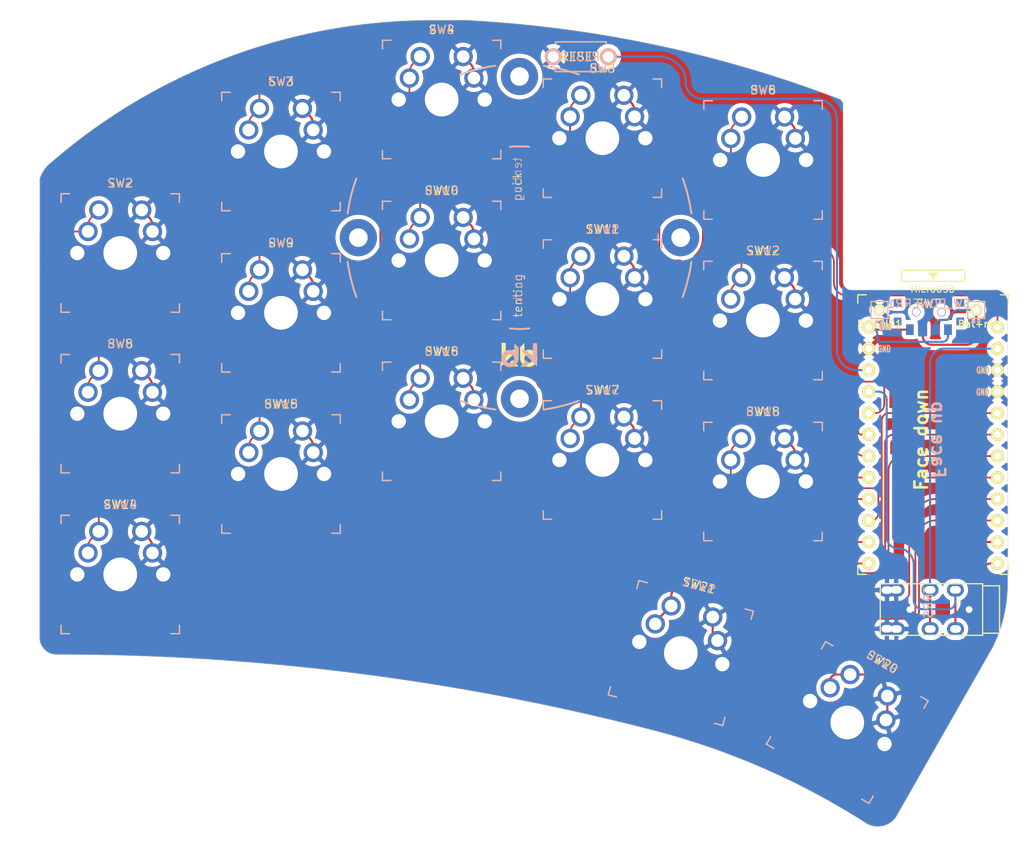
<source format=kicad_pcb>
(kicad_pcb (version 20221018) (generator pcbnew)
  (layers (0 "F.Cu" signal) (31 "B.Cu" signal) (34 "B.Paste" user) (35 "F.Paste" user) (36 "B.SilkS" user "B.Silkscreen") (37 "F.SilkS" user "F.Silkscreen") (38 "B.Mask" user) (39 "F.Mask" user) (44 "Edge.Cuts" user))
  (net 0 "")
  (net 1 "gnd")
  (net 2 "vcc")
  (net 3 "Switch18")
  (net 4 "reset")
  (net 5 "Switch1")
  (net 6 "Switch2")
  (net 7 "Switch3")
  (net 8 "Switch4")
  (net 9 "Switch5")
  (net 10 "Switch6")
  (net 11 "Switch7")
  (net 12 "Switch8")
  (net 13 "Switch9")
  (net 14 "Switch10")
  (net 15 "Switch11")
  (net 16 "Switch12")
  (net 17 "Switch13")
  (net 18 "Switch14")
  (net 19 "Switch15")
  (net 20 "Switch16")
  (net 21 "Switch17")
  (net 22 "raw")
  (net 23 "BT+_r")
  (net 24 "Net-(SW_POWERR1-Pad1)")
  (footprint "kbd:1pin_conn" (layer "F.Cu") (at 146.19 83.736)
    (fp_text reference "Bat+r1")
    (fp_text value "MountingHole_Pad" hide)
  )
  (footprint "kbd:1pin_conn" (layer "F.Cu") (at 134.76 83.736)
    (fp_text reference "BatGND1")
    (fp_text value "MountingHole_Pad" hide)
  )
  (footprint "Kailh:TRRS-PJ-DPB2" (layer "F.Cu") (at 146.95 119.15 -90)
    (fp_text reference "J2")
    (fp_text value "AudioJack4dpb" hide)
  )
  (footprint "footprint:SW_MX_reversible" (layer "F.Cu") (at 45 77)
    (fp_text reference "SW2")
    (fp_text value "SW_Push")
  )
  (footprint "footprint:SW_MX_reversible" (layer "F.Cu") (at 64 65)
    (fp_text reference "SW3")
    (fp_text value "SW_Push")
  )
  (footprint "footprint:SW_MX_reversible" (layer "F.Cu") (at 83 58.86)
    (fp_text reference "SW4")
    (fp_text value "SW_Push")
  )
  (footprint "footprint:SW_MX_reversible" (layer "F.Cu") (at 101.994 63.432)
    (fp_text reference "SW5")
    (fp_text value "SW_Push")
  )
  (footprint "footprint:SW_MX_reversible" (layer "F.Cu") (at 121 66)
    (fp_text reference "SW6")
    (fp_text value "SW_Push")
  )
  (footprint "footprint:SW_MX_reversible" (layer "F.Cu") (at 45 96)
    (fp_text reference "SW8")
    (fp_text value "SW_Push")
  )
  (footprint "footprint:SW_MX_reversible" (layer "F.Cu") (at 64 84.074)
    (fp_text reference "SW9")
    (fp_text value "SW_Push")
  )
  (footprint "footprint:SW_MX_reversible" (layer "F.Cu") (at 83 77.878)
    (fp_text reference "SW10")
    (fp_text value "SW_Push")
  )
  (footprint "footprint:SW_MX_reversible" (layer "F.Cu") (at 102 82.45)
    (fp_text reference "SW11")
    (fp_text value "SW_Push")
  )
  (footprint "footprint:SW_MX_reversible" (layer "F.Cu") (at 120.98 84.99)
    (fp_text reference "SW12")
    (fp_text value "SW_Push")
  )
  (footprint "footprint:SW_MX_reversible" (layer "F.Cu") (at 45 115)
    (fp_text reference "SW14")
    (fp_text value "SW_Push")
  )
  (footprint "footprint:SW_MX_reversible" (layer "F.Cu") (at 64.008 103.124)
    (fp_text reference "SW15")
    (fp_text value "SW_Push")
  )
  (footprint "footprint:SW_MX_reversible" (layer "F.Cu") (at 83 96.896)
    (fp_text reference "SW16")
    (fp_text value "SW_Push")
  )
  (footprint "footprint:SW_MX_reversible" (layer "F.Cu") (at 102 101.468)
    (fp_text reference "SW17")
    (fp_text value "SW_Push")
  )
  (footprint "footprint:SW_MX_reversible" (layer "F.Cu") (at 130.95 132.504 -30)
    (fp_text reference "SW20")
    (fp_text value "SW_Push")
  )
  (footprint "footprint:SW_MX_reversible" (layer "F.Cu") (at 111.272 124.288 -15)
    (fp_text reference "SW21")
    (fp_text value "SW_Push")
  )
  (footprint "kbd:Tenting_Puck2" (layer "F.Cu") (at 92.202 75.184)
    (fp_text reference "REF**")
    (fp_text value "Tenting Puck")
  )
  (footprint "Kailh:SPDT_C128955r" (layer "F.Cu") (at 140.602 83.99)
    (fp_text reference "SW2")
    (fp_text value "SW_SPDT")
  )
  (footprint "footprint:SW_MX_reversible" (layer "F.Cu") (at 120.98 104.008)
    (fp_text reference "SW18")
    (fp_text value "SW_Push")
  )
  (footprint "kbd:ProMicro_v3_min" (layer "F.Cu") (at 141.094 100.246)
    (fp_text reference "U1" hide)
    (fp_text value "ProMicro-kbd" hide)
  )
  (footprint "Kailh:SPDT_C128955" (layer "B.Cu") (at 140.602 83.99 180)
    (fp_text reference "SW_POWERR1")
    (fp_text value "SW_SPDT")
  )
  (footprint "kbd:ResetSW" (layer "B.Cu") (at 99.45 53.8 180)
    (fp_text reference "RSW1" hide)
    (fp_text value "SW_Push")
  )
  (gr_arc (start 148.162 81.366) (mid 149.295883 81.628564) (end 149.912 82.616) (stroke (width 0.05)) (layer "Edge.Cuts"))
  (gr_line (start 149.912 96.45) (end 149.912 101.262) (stroke (width 0.05)) (layer "Edge.Cuts"))
  (gr_line (start 131.458 81.366) (end 148.162 81.366) (stroke (width 0.05)) (layer "Edge.Cuts"))
  (gr_line (start 148.161679 123.613657) (end 136.71 143.699265) (stroke (width 0.05)) (layer "Edge.Cuts"))
  (gr_arc (start 149.924 116.248) (mid 149.462831 120.031316) (end 148.161679 123.613657) (stroke (width 0.05)) (layer "Edge.Cuts"))
  (gr_line (start 149.912 82.616) (end 149.912 96.45) (stroke (width 0.05)) (layer "Edge.Cuts"))
  (gr_line (start 149.912 101.262) (end 149.95 111.9) (stroke (width 0.05)) (layer "Edge.Cuts"))
  (gr_line (start 149.95 111.9) (end 149.924 116.248) (stroke (width 0.05)) (layer "Edge.Cuts"))
  (gr_arc (start 131.458 81.366) (mid 130.751497 81.074566) (end 130.458 80.368917) (stroke (width 0.05)) (layer "Edge.Cuts"))
  (gr_line (start 130.458 80.368917) (end 130.463 59.473) (stroke (width 0.05)) (layer "Edge.Cuts"))
  (gr_arc (start 35.465859 68.23732) (mid 36.023193 67.119598) (end 36.894611 66.224861) (stroke (width 0.05)) (layer "Edge.Cuts"))
  (gr_arc (start 85.843227 49.463504) (mid 108.303644 52.385453) (end 130.028245 58.79247) (stroke (width 0.05)) (layer "Edge.Cuts"))
  (gr_line (start 37.767536 124.476378) (end 37.493002 124.473917) (stroke (width 0.05)) (layer "Edge.Cuts"))
  (gr_arc (start 107.797707 133.384137) (mid 120.821222 137.841207) (end 132.978 144.298) (stroke (width 0.05)) (layer "Edge.Cuts"))
  (gr_arc (start 37.767536 124.476378) (mid 73.062529 126.72971) (end 107.797707 133.384137) (stroke (width 0.05)) (layer "Edge.Cuts"))
  (gr_arc (start 37.493002 124.473917) (mid 36.080534 123.924716) (end 35.458001 122.542999) (stroke (width 0.05)) (layer "Edge.Cuts"))
  (gr_arc (start 136.71 143.699265) (mid 134.968995 144.777745) (end 132.978 144.298) (stroke (width 0.05)) (layer "Edge.Cuts"))
  (gr_arc (start 130.028245 58.79247) (mid 130.345034 59.069226) (end 130.463 59.473) (stroke (width 0.05)) (layer "Edge.Cuts"))
  (gr_line (start 35.465859 68.23732) (end 35.458001 122.542999) (stroke (width 0.05)) (layer "Edge.Cuts"))
  (gr_line (start 85.843227 49.463504) (end 81.868 49.468) (stroke (width 0.05)) (layer "Edge.Cuts"))
  (gr_arc (start 36.894611 66.224861) (mid 57.871135 53.793316) (end 81.868 49.468) (stroke (width 0.05)) (layer "Edge.Cuts"))
  (gr_text "Face up" (at 141.7 99.06 -90) (layer "B.SilkS") (effects (font (size 1.5 1.5) (thickness 0.3)) (justify mirror)))
  (gr_text "Face down" (at 139.7 99.06 90) (layer "F.SilkS") (effects (font (size 1.5 1.5) (thickness 0.3))))
  (segment (start 115.040252 120.038497) (end 115.040252 122.251323) (width 0.25) (layer "F.Cu") (net 1))
  (segment (start 105.360987 78.190987) (end 104.54 77.37) (width 0.25) (layer "F.Cu") (net 1))
  (segment (start 105.354987 59.172987) (end 104.534 58.352) (width 0.25) (layer "F.Cu") (net 1))
  (segment (start 135.65 116.85) (end 136.7 116.85) (width 0.25) (layer "F.Cu") (net 1))
  (segment (start 105.360987 97.208987) (end 104.54 96.388) (width 0.25) (layer "F.Cu") (net 1))
  (segment (start 135.689705 129.374591) (end 135.689705 132.039147) (width 0.25) (layer "F.Cu") (net 1))
  (segment (start 48.360987 72.740987) (end 47.54 71.92) (width 0.25) (layer "F.Cu") (net 1))
  (segment (start 124.360987 61.740987) (end 123.54 60.92) (width 0.25) (layer "F.Cu") (net 1))
  (segment (start 48.360987 110.740987) (end 47.54 109.92) (width 0.25) (layer "F.Cu") (net 1))
  (segment (start 124.340987 80.730987) (end 123.52 79.91) (width 0.25) (layer "F.Cu") (net 1))
  (segment (start 67.368987 98.864987) (end 66.548 98.044) (width 0.25) (layer "F.Cu") (net 1))
  (segment (start 86.360987 92.636987) (end 85.54 91.816) (width 0.25) (layer "F.Cu") (net 1))
  (segment (start 124.340987 99.748987) (end 123.52 98.928) (width 0.25) (layer "F.Cu") (net 1))
  (segment (start 67.360987 60.740987) (end 66.54 59.92) (width 0.25) (layer "F.Cu") (net 1))
  (segment (start 86.360987 54.600987) (end 85.54 53.78) (width 0.25) (layer "F.Cu") (net 1))
  (segment (start 86.360987 73.618987) (end 85.54 72.798) (width 0.25) (layer "F.Cu") (net 1))
  (segment (start 135.63 121.42) (end 136.72 121.42) (width 0.25) (layer "F.Cu") (net 1))
  (segment (start 67.360987 79.814987) (end 66.54 78.994) (width 0.25) (layer "F.Cu") (net 1))
  (segment (start 48.360987 91.740987) (end 47.54 90.92) (width 0.25) (layer "F.Cu") (net 1))
  (arc (start 124.340987 80.730987) (mid 124.673305 81.228336) (end 124.79 81.815) (width 0.25) (layer "F.Cu") (net 1))
  (arc (start 86.360987 54.600987) (mid 86.693305 55.098336) (end 86.81 55.685) (width 0.25) (layer "F.Cu") (net 1))
  (arc (start 105.360987 78.190987) (mid 105.693305 78.688336) (end 105.81 79.275) (width 0.25) (layer "F.Cu") (net 1))
  (arc (start 48.360987 72.740987) (mid 48.693305 73.238336) (end 48.81 73.825) (width 0.25) (layer "F.Cu") (net 1))
  (arc (start 67.360987 79.814987) (mid 67.693305 80.312336) (end 67.81 80.899) (width 0.25) (layer "F.Cu") (net 1))
  (arc (start 124.360987 61.740987) (mid 124.693305 62.238336) (end 124.81 62.825) (width 0.25) (layer "F.Cu") (net 1))
  (arc (start 105.360987 97.208987) (mid 105.693305 97.706336) (end 105.81 98.293) (width 0.25) (layer "F.Cu") (net 1))
  (arc (start 48.360987 110.740987) (mid 48.693305 111.238336) (end 48.81 111.825) (width 0.25) (layer "F.Cu") (net 1))
  (arc (start 48.360987 91.740987) (mid 48.693305 92.238336) (end 48.81 92.825) (width 0.25) (layer "F.Cu") (net 1))
  (arc (start 105.354987 59.172987) (mid 105.687305 59.670336) (end 105.804 60.257) (width 0.25) (layer "F.Cu") (net 1))
  (arc (start 124.340987 99.748987) (mid 124.673305 100.246336) (end 124.79 100.833) (width 0.25) (layer "F.Cu") (net 1))
  (arc (start 67.368987 98.864987) (mid 67.701305 99.362336) (end 67.818 99.949) (width 0.25) (layer "F.Cu") (net 1))
  (arc (start 86.360987 73.618987) (mid 86.693305 74.116336) (end 86.81 74.703) (width 0.25) (layer "F.Cu") (net 1))
  (arc (start 86.360987 92.636987) (mid 86.693305 93.134336) (end 86.81 93.721) (width 0.25) (layer "F.Cu") (net 1))
  (arc (start 67.360987 60.740987) (mid 67.693305 61.238336) (end 67.81 61.825) (width 0.25) (layer "F.Cu") (net 1))
  (segment (start 143.73 116.82) (end 143.73 121.43) (width 0.25) (layer "F.Cu") (net 2))
  (segment (start 137.05 111.94) (end 136.958614 111.94) (width 0.25) (layer "B.Cu") (net 2))
  (segment (start 138.255 112.495) (end 138.159619 112.399619) (width 0.25) (layer "B.Cu") (net 2))
  (segment (start 142.876446 119.11) (end 139.868406 119.11) (width 0.25) (layer "B.Cu") (net 2))
  (segment (start 134.633534 93.388) (end 133.4854 93.388) (width 0.25) (layer "B.Cu") (net 2))
  (segment (start 135.61 94.364465) (end 135.61 110.591385) (width 0.25) (layer "B.Cu") (net 2))
  (segment (start 138.81 118.051593) (end 138.81 113.834888) (width 0.25) (layer "B.Cu") (net 2))
  (segment (start 143.73 118.256446) (end 143.73 116.82) (width 0.25) (layer "B.Cu") (net 2))
  (arc (start 138.255 112.495) (mid 138.66576 113.109745) (end 138.81 113.834888) (width 0.25) (layer "B.Cu") (net 2))
  (arc (start 138.81 118.051593) (mid 138.890566 118.456628) (end 139.12 118.8) (width 0.25) (layer "B.Cu") (net 2))
  (arc (start 138.159619 112.399619) (mid 137.650521 112.059451) (end 137.05 111.94) (width 0.25) (layer "B.Cu") (net 2))
  (arc (start 135.324 93.674) (mid 135.007211 93.462328) (end 134.633534 93.388) (width 0.25) (layer "B.Cu") (net 2))
  (arc (start 135.324 93.674) (mid 135.535671 93.990788) (end 135.61 94.364465) (width 0.25) (layer "B.Cu") (net 2))
  (arc (start 139.12 118.8) (mid 139.463371 119.029433) (end 139.868406 119.11) (width 0.25) (layer "B.Cu") (net 2))
  (arc (start 143.73 118.256446) (mid 143.665027 118.583087) (end 143.48 118.86) (width 0.25) (layer "B.Cu") (net 2))
  (arc (start 135.61 110.591385) (mid 135.712657 111.107477) (end 136.005 111.545) (width 0.25) (layer "B.Cu") (net 2))
  (arc (start 143.48 118.86) (mid 143.203087 119.045027) (end 142.876446 119.11) (width 0.25) (layer "B.Cu") (net 2))
  (arc (start 136.005 111.545) (mid 136.442521 111.837342) (end 136.958614 111.94) (width 0.25) (layer "B.Cu") (net 2))
  (segment (start 140.73 116.82) (end 140.73 121.43) (width 0.25) (layer "F.Cu") (net 3))
  (segment (start 142.437106 88.308) (end 148.7054 88.308) (width 0.25) (layer "B.Cu") (net 3))
  (segment (start 140.73 90.015106) (end 140.73 116.82) (width 0.25) (layer "B.Cu") (net 3))
  (arc (start 142.437106 88.308) (mid 141.783825 88.437945) (end 141.23 88.808) (width 0.25) (layer "B.Cu") (net 3))
  (arc (start 141.23 88.808) (mid 140.859945 89.361825) (end 140.73 90.015106) (width 0.25) (layer "B.Cu") (net 3))
  (segment (start 108.767207 53.8) (end 102.7 53.8) (width 0.25) (layer "B.Cu") (net 4))
  (segment (start 132.065322 90.848) (end 133.4854 90.848) (width 0.25) (layer "B.Cu") (net 4))
  (segment (start 111.84 56.6) (end 111.84 56.765613) (width 0.25) (layer "B.Cu") (net 4))
  (segment (start 111.132893 54.892893) (end 110.94 54.7) (width 0.25) (layer "B.Cu") (net 4))
  (segment (start 127.237624 58.78) (end 113.854386 58.78) (width 0.25) (layer "B.Cu") (net 4))
  (segment (start 129.73 61.272375) (end 129.73 88.512677) (width 0.25) (layer "B.Cu") (net 4))
  (arc (start 130.414 90.164) (mid 131.171632 90.670234) (end 132.065322 90.848) (width 0.25) (layer "B.Cu") (net 4))
  (arc (start 112.43 58.19) (mid 113.083513 58.626663) (end 113.854386 58.78) (width 0.25) (layer "B.Cu") (net 4))
  (arc (start 111.132893 54.892893) (mid 111.656228 55.67612) (end 111.84 56.6) (width 0.25) (layer "B.Cu") (net 4))
  (arc (start 110.94 54.7) (mid 109.943114 54.033902) (end 108.767207 53.8) (width 0.25) (layer "B.Cu") (net 4))
  (arc (start 129 59.51) (mid 128.191415 58.96972) (end 127.237624 58.78) (width 0.25) (layer "B.Cu") (net 4))
  (arc (start 111.84 56.765613) (mid 111.993336 57.536485) (end 112.43 58.19) (width 0.25) (layer "B.Cu") (net 4))
  (arc (start 129.73 88.512677) (mid 129.907765 89.406366) (end 130.414 90.164) (width 0.25) (layer "B.Cu") (net 4))
  (arc (start 129 59.51) (mid 129.540279 60.318584) (end 129.73 61.272375) (width 0.25) (layer "B.Cu") (net 4))
  (segment (start 54.35 120.903481) (end 54.35 116.776518) (width 0.2) (layer "F.Cu") (net 5))
  (segment (start 121.515 119.336697) (end 121.515 115.470581) (width 0.2) (layer "F.Cu") (net 5))
  (segment (start 122.428302 120.25) (end 138.542304 120.25) (width 0.2) (layer "F.Cu") (net 5))
  (segment (start 38.739741 123.43) (end 51.823481 123.43) (width 0.2) (layer "F.Cu") (net 5))
  (segment (start 120.294418 114.25) (end 56.876518 114.25) (width 0.2) (layer "F.Cu") (net 5))
  (segment (start 41.639012 72.740987) (end 42.46 71.92) (width 0.2) (layer "F.Cu") (net 5))
  (segment (start 141.29416 108.628) (end 148.7054 108.628) (width 0.2) (layer "F.Cu") (net 5))
  (segment (start 38.89338 74.46) (end 41.19 74.46) (width 0.2) (layer "F.Cu") (net 5))
  (segment (start 139.43 119.362304) (end 139.43 110.49216) (width 0.2) (layer "F.Cu") (net 5))
  (segment (start 36.64 121.330258) (end 36.64 76.71338) (width 0.2) (layer "F.Cu") (net 5))
  (arc (start 139.43 119.362304) (mid 139.362428 119.70201) (end 139.17 119.99) (width 0.2) (layer "F.Cu") (net 5))
  (arc (start 36.64 121.330258) (mid 36.799833 122.133794) (end 37.255 122.815) (width 0.2) (layer "F.Cu") (net 5))
  (arc (start 54.35 120.903481) (mid 54.15768 121.870338) (end 53.61 122.69) (width 0.2) (layer "F.Cu") (net 5))
  (arc (start 141.29416 108.628) (mid 140.580777 108.7699) (end 139.976 109.174) (width 0.2) (layer "F.Cu") (net 5))
  (arc (start 56.876518 114.25) (mid 55.909661 114.442319) (end 55.09 114.99) (width 0.2) (layer "F.Cu") (net 5))
  (arc (start 121.1575 114.6075) (mid 121.422088 115.003484) (end 121.515 115.470581) (width 0.2) (layer "F.Cu") (net 5))
  (arc (start 121.1575 114.6075) (mid 120.761514 114.342911) (end 120.294418 114.25) (width 0.2) (layer "F.Cu") (net 5))
  (arc (start 38.89338 74.46) (mid 38.031049 74.631528) (end 37.3 75.12) (width 0.2) (layer "F.Cu") (net 5))
  (arc (start 41.639012 72.740987) (mid 41.306694 73.238336) (end 41.19 73.825) (width 0.2) (layer "F.Cu") (net 5))
  (arc (start 139.17 119.99) (mid 138.88201 120.182428) (end 138.542304 120.25) (width 0.2) (layer "F.Cu") (net 5))
  (arc (start 55.09 114.99) (mid 54.542319 115.809661) (end 54.35 116.776518) (width 0.2) (layer "F.Cu") (net 5))
  (arc (start 121.515 119.336697) (mid 121.58452 119.686203) (end 121.7825 119.9825) (width 0.2) (layer "F.Cu") (net 5))
  (arc (start 139.976 109.174) (mid 139.5719 109.778777) (end 139.43 110.49216) (width 0.2) (layer "F.Cu") (net 5))
  (arc (start 121.7825 119.9825) (mid 122.078796 120.180479) (end 122.428302 120.25) (width 0.2) (layer "F.Cu") (net 5))
  (arc (start 37.255 122.815) (mid 37.936205 123.270166) (end 38.739741 123.43) (width 0.2) (layer "F.Cu") (net 5))
  (arc (start 37.3 75.12) (mid 36.811528 75.851049) (end 36.64 76.71338) (width 0.2) (layer "F.Cu") (net 5))
  (arc (start 53.61 122.69) (mid 52.790338 123.23768) (end 51.823481 123.43) (width 0.2) (layer "F.Cu") (net 5))
  (segment (start 131.4 102.52715) (end 131.4 94.608305) (width 0.2) (layer "F.Cu") (net 6))
  (segment (start 130.317694 93.526) (end 113.873952 93.526) (width 0.2) (layer "F.Cu") (net 6))
  (segment (start 92.21 68.523467) (end 92.21 69.674948) (width 0.2) (layer "F.Cu") (net 6))
  (segment (start 113.875 72.602636) (end 113.875 75.233992) (width 0.2) (layer "F.Cu") (net 6))
  (segment (start 73.41 56.68) (end 72.88 56.15) (width 0.2) (layer "F.Cu") (net 6))
  (segment (start 63.235391 55.61) (end 71.576324 55.61) (width 0.2) (layer "F.Cu") (net 6))
  (segment (start 93.984571 71.44952) (end 112.721883 71.44952) (width 0.2) (layer "F.Cu") (net 6))
  (segment (start 73.4 64.306913) (end 73.4 56.724142) (width 0.2) (layer "F.Cu") (net 6))
  (segment (start 112.261372 79.129635) (end 112.261372 91.913419) (width 0.2) (layer "F.Cu") (net 6))
  (segment (start 61.46 57.385391) (end 61.46 59.021974) (width 0.2) (layer "F.Cu") (net 6))
  (segment (start 132.420849 103.548) (end 133.4854 103.548) (width 0.2) (layer "F.Cu") (net 6))
  (segment (start 60.824999 60.554999) (end 60.639012 60.740987) (width 0.2) (layer "F.Cu") (net 6))
  (segment (start 76.063086 66.97) (end 90.656532 66.97) (width 0.2) (layer "F.Cu") (net 6))
  (arc (start 113.875 75.233992) (mid 113.665315 76.288145) (end 113.068186 77.181814) (width 0.2) (layer "F.Cu") (net 6))
  (arc (start 72.88 56.15) (mid 72.281868 55.750341) (end 71.576324 55.61) (width 0.2) (layer "F.Cu") (net 6))
  (arc (start 73.41 56.68) (mid 73.414142 56.69) (end 73.41 56.7) (width 0.2) (layer "F.Cu") (net 6))
  (arc (start 92.21 69.674948) (mid 92.345081 70.354047) (end 92.72976 70.92976) (width 0.2) (layer "F.Cu") (net 6))
  (arc (start 112.261372 91.913419) (mid 112.384122 92.530527) (end 112.733686 93.053686) (width 0.2) (layer "F.Cu") (net 6))
  (arc (start 61.98 56.13) (mid 61.595143 56.705978) (end 61.46 57.385391) (width 0.2) (layer "F.Cu") (net 6))
  (arc (start 74.18 66.19) (mid 75.043967 66.767284) (end 76.063086 66.97) (width 0.2) (layer "F.Cu") (net 6))
  (arc (start 113.53726 71.78726) (mid 113.163161 71.537295) (end 112.721883 71.44952) (width 0.2) (layer "F.Cu") (net 6))
  (arc (start 131.4 102.52715) (mid 131.477707 102.917812) (end 131.699 103.249) (width 0.2) (layer "F.Cu") (net 6))
  (arc (start 92.72976 70.92976) (mid 93.305472 71.314438) (end 93.984571 71.44952) (width 0.2) (layer "F.Cu") (net 6))
  (arc (start 73.4 64.306913) (mid 73.602715 65.326032) (end 74.18 66.19) (width 0.2) (layer "F.Cu") (net 6))
  (arc (start 91.755 67.425) (mid 91.251018 67.08825) (end 90.656532 66.97) (width 0.2) (layer "F.Cu") (net 6))
  (arc (start 63.235391 55.61) (mid 62.555978 55.745143) (end 61.98 56.13) (width 0.2) (layer "F.Cu") (net 6))
  (arc (start 131.083 93.843) (mid 130.731874 93.608385) (end 130.317694 93.526) (width 0.2) (layer "F.Cu") (net 6))
  (arc (start 131.083 93.843) (mid 131.317614 94.194125) (end 131.4 94.608305) (width 0.2) (layer "F.Cu") (net 6))
  (arc (start 91.755 67.425) (mid 92.091749 67.92898) (end 92.21 68.523467) (width 0.2) (layer "F.Cu") (net 6))
  (arc (start 131.699 103.249) (mid 132.030187 103.470292) (end 132.420849 103.548) (width 0.2) (layer "F.Cu") (net 6))
  (arc (start 113.53726 71.78726) (mid 113.787224 72.161357) (end 113.875 72.602636) (width 0.2) (layer "F.Cu") (net 6))
  (arc (start 113.068186 77.181814) (mid 112.471056 78.075481) (end 112.261372 79.129635) (width 0.2) (layer "F.Cu") (net 6))
  (arc (start 60.639012 60.740987) (mid 60.306694 61.238336) (end 60.19 61.825) (width 0.2) (layer "F.Cu") (net 6))
  (arc (start 112.733686 93.053686) (mid 113.256844 93.403249) (end 113.873952 93.526) (width 0.2) (layer "F.Cu") (net 6))
  (arc (start 73.41 56.7) (mid 73.402598 56.711076) (end 73.4 56.724142) (width 0.2) (layer "F.Cu") (net 6))
  (segment (start 131.8 99.83351) (end 131.8 94.344874) (width 0.2) (layer "F.Cu") (net 7))
  (segment (start 79.19 56.32) (end 79.19 65.299167) (width 0.2) (layer "F.Cu") (net 7))
  (segment (start 94.15104 71) (end 112.985527 71) (width 0.2) (layer "F.Cu") (net 7))
  (segment (start 80.350832 66.46) (end 90.975822 66.46) (width 0.2) (layer "F.Cu") (net 7))
  (segment (start 114.3 72.314472) (end 114.3 75.391315) (width 0.2) (layer "F.Cu") (net 7))
  (segment (start 79.639012 54.600987) (end 80.46 53.78) (width 0.2) (layer "F.Cu") (net 7))
  (segment (start 112.661372 79.347312) (end 112.661372 91.888982) (width 0.2) (layer "F.Cu") (net 7))
  (segment (start 92.7 69.548959) (end 92.7 68.184177) (width 0.2) (layer "F.Cu") (net 7))
  (segment (start 113.898389 93.126) (end 130.581125 93.126) (width 0.2) (layer "F.Cu") (net 7))
  (arc (start 112.661372 91.888982) (mid 112.755534 92.362368) (end 113.023686 92.763686) (width 0.2) (layer "F.Cu") (net 7))
  (arc (start 79.19 65.299167) (mid 79.278363 65.743398) (end 79.53 66.12) (width 0.2) (layer "F.Cu") (net 7))
  (arc (start 92.195 66.965) (mid 92.568754 67.524363) (end 92.7 68.184177) (width 0.2) (layer "F.Cu") (net 7))
  (arc (start 113.480686 77.369314) (mid 112.874304 78.276827) (end 112.661372 79.347312) (width 0.2) (layer "F.Cu") (net 7))
  (arc (start 92.195 66.965) (mid 91.635636 66.591245) (end 90.975822 66.46) (width 0.2) (layer "F.Cu") (net 7))
  (arc (start 113.023686 92.763686) (mid 113.425003 93.031837) (end 113.898389 93.126) (width 0.2) (layer "F.Cu") (net 7))
  (arc (start 114.3 75.391315) (mid 114.087067 76.4618) (end 113.480686 77.369314) (width 0.2) (layer "F.Cu") (net 7))
  (arc (start 79.53 66.12) (mid 79.906601 66.371636) (end 80.350832 66.46) (width 0.2) (layer "F.Cu") (net 7))
  (arc (start 132.144 100.664) (mid 132.525031 100.918597) (end 132.974489 101.008) (width 0.2) (layer "F.Cu") (net 7))
  (arc (start 113.915 71.385) (mid 114.199941 71.811445) (end 114.3 72.314472) (width 0.2) (layer "F.Cu") (net 7))
  (arc (start 131.443 93.483) (mid 131.047568 93.218781) (end 130.581125 93.126) (width 0.2) (layer "F.Cu") (net 7))
  (arc (start 131.443 93.483) (mid 131.707218 93.878431) (end 131.8 94.344874) (width 0.2) (layer "F.Cu") (net 7))
  (arc (start 79.639012 54.600987) (mid 79.306694 55.098336) (end 79.19 55.685) (width 0.2) (layer "F.Cu") (net 7))
  (arc (start 93.125 70.575) (mid 93.595751 70.889546) (end 94.15104 71) (width 0.2) (layer "F.Cu") (net 7))
  (arc (start 131.8 99.83351) (mid 131.889402 100.282968) (end 132.144 100.664) (width 0.2) (layer "F.Cu") (net 7))
  (arc (start 113.915 71.385) (mid 113.488554 71.100058) (end 112.985527 71) (width 0.2) (layer "F.Cu") (net 7))
  (arc (start 92.7 69.548959) (mid 92.810453 70.104248) (end 93.125 70.575) (width 0.2) (layer "F.Cu") (net 7))
  (segment (start 113.359314 70.6) (end 99.013653 70.6) (width 0.2) (layer "F.Cu") (net 8))
  (segment (start 98.633012 59.172987) (end 99.454 58.352) (width 0.2) (layer "F.Cu") (net 8))
  (segment (start 132.24 94.064371) (end 132.24 98.129992) (width 0.2) (layer "F.Cu") (net 8))
  (segment (start 114.725 75.600951) (end 114.725 71.965685) (width 0.2) (layer "F.Cu") (net 8))
  (segment (start 98.184 69.770346) (end 98.184 60.892) (width 0.2) (layer "F.Cu") (net 8))
  (segment (start 132.578007 98.468) (end 133.4854 98.468) (width 0.2) (layer "F.Cu") (net 8))
  (segment (start 130.901628 92.726) (end 113.912582 92.726) (width 0.2) (layer "F.Cu") (net 8))
  (segment (start 113.1 79.524048) (end 113.1 91.913417) (width 0.2) (layer "F.Cu") (net 8))
  (arc (start 113.338 92.488) (mid 113.60162 92.664145) (end 113.912582 92.726) (width 0.2) (layer "F.Cu") (net 8))
  (arc (start 113.1 91.913417) (mid 113.161854 92.224379) (end 113.338 92.488) (width 0.2) (layer "F.Cu") (net 8))
  (arc (start 132.24 98.129992) (mid 132.265729 98.259342) (end 132.339 98.369) (width 0.2) (layer "F.Cu") (net 8))
  (arc (start 114.325 71) (mid 114.621043 71.44306) (end 114.725 71.965685) (width 0.2) (layer "F.Cu") (net 8))
  (arc (start 98.427 70.357) (mid 98.696158 70.536846) (end 99.013653 70.6) (width 0.2) (layer "F.Cu") (net 8))
  (arc (start 98.633012 59.172987) (mid 98.300694 59.670336) (end 98.184 60.257) (width 0.2) (layer "F.Cu") (net 8))
  (arc (start 131.848 93.118) (mid 131.4138 92.827877) (end 130.901628 92.726) (width 0.2) (layer "F.Cu") (net 8))
  (arc (start 113.9125 77.5625) (mid 113.311161 78.462465) (end 113.1 79.524048) (width 0.2) (layer "F.Cu") (net 8))
  (arc (start 114.325 71) (mid 113.881939 70.703956) (end 113.359314 70.6) (width 0.2) (layer "F.Cu") (net 8))
  (arc (start 132.339 98.369) (mid 132.448657 98.44227) (end 132.578007 98.468) (width 0.2) (layer "F.Cu") (net 8))
  (arc (start 98.184 69.770346) (mid 98.247153 70.08784) (end 98.427 70.357) (width 0.2) (layer "F.Cu") (net 8))
  (arc (start 131.848 93.118) (mid 132.138122 93.552198) (end 132.24 94.064371) (width 0.2) (layer "F.Cu") (net 8))
  (arc (start 114.725 75.600951) (mid 114.513838 76.662533) (end 113.9125 77.5625) (width 0.2) (layer "F.Cu") (net 8))
  (segment (start 115.807243 78.05) (end 114.624264 78.05) (width 0.2) (layer "F.Cu") (net 9))
  (segment (start 114.769368 92.21) (end 134.466446 92.21) (width 0.2) (layer "F.Cu") (net 9))
  (segment (start 113.6 79.074264) (end 113.6 91.040631) (width 0.2) (layer "F.Cu") (net 9))
  (segment (start 117.639012 61.740987) (end 118.46 60.92) (width 0.2) (layer "F.Cu") (net 9))
  (segment (start 134.265008 95.928) (end 133.4854 95.928) (width 0.2) (layer "F.Cu") (net 9))
  (segment (start 135.32 93.063553) (end 135.32 94.873008) (width 0.2) (layer "F.Cu") (net 9))
  (segment (start 117.19 63.46) (end 117.19 76.667243) (width 0.2) (layer "F.Cu") (net 9))
  (arc (start 135.32 94.873008) (mid 135.239693 95.276735) (end 135.011 95.619) (width 0.2) (layer "F.Cu") (net 9))
  (arc (start 135.011 95.619) (mid 134.668735 95.847693) (end 134.265008 95.928) (width 0.2) (layer "F.Cu") (net 9))
  (arc (start 116.785 77.645) (mid 116.336401 77.944743) (end 115.807243 78.05) (width 0.2) (layer "F.Cu") (net 9))
  (arc (start 117.19 76.667243) (mid 117.084743 77.196401) (end 116.785 77.645) (width 0.2) (layer "F.Cu") (net 9))
  (arc (start 113.9425 91.8675) (mid 114.32187 92.120987) (end 114.769368 92.21) (width 0.2) (layer "F.Cu") (net 9))
  (arc (start 113.9 78.35) (mid 113.677967 78.682295) (end 113.6 79.074264) (width 0.2) (layer "F.Cu") (net 9))
  (arc (start 135.07 92.46) (mid 135.255027 92.736912) (end 135.32 93.063553) (width 0.2) (layer "F.Cu") (net 9))
  (arc (start 117.639012 61.740987) (mid 117.306694 62.238336) (end 117.19 62.825) (width 0.2) (layer "F.Cu") (net 9))
  (arc (start 113.6 91.040631) (mid 113.689012 91.488129) (end 113.9425 91.8675) (width 0.2) (layer "F.Cu") (net 9))
  (arc (start 135.07 92.46) (mid 134.793087 92.274972) (end 134.466446 92.21) (width 0.2) (layer "F.Cu") (net 9))
  (arc (start 114.624264 78.05) (mid 114.232295 78.127967) (end 113.9 78.35) (width 0.2) (layer "F.Cu") (net 9))
  (segment (start 54 89.404054) (end 54 90.614106) (width 0.2) (layer "F.Cu") (net 10))
  (segment (start 77.156898 67.91) (end 90.274522 67.91) (width 0.2) (layer "F.Cu") (net 10))
  (segment (start 111.461372 79.265393) (end 111.461372 92.15978) (width 0.2) (layer "F.Cu") (net 10))
  (segment (start 51.849045 87.2531) (end 44.673946 87.2531) (width 0.2) (layer "F.Cu") (net 10))
  (segment (start 113.627591 94.326) (end 129.654262 94.326) (width 0.2) (layer "F.Cu") (net 10))
  (segment (start 131.692548 106.088) (end 133.4854 106.088) (width 0.2) (layer "F.Cu") (net 10))
  (segment (start 55.655893 92.27) (end 74.425527 92.27) (width 0.2) (layer "F.Cu") (net 10))
  (segment (start 108.34 77.590086) (end 108.34 73.324069) (width 0.2) (layer "F.Cu") (net 10))
  (segment (start 109.039913 78.29) (end 110.485978 78.29) (width 0.2) (layer "F.Cu") (net 10))
  (segment (start 75.74 69.326898) (end 75.74 90.955527) (width 0.2) (layer "F.Cu") (net 10))
  (segment (start 42.46 90.021974) (end 42.46 89.467046) (width 0.2) (layer "F.Cu") (net 10))
  (segment (start 130.6 104.995451) (end 130.6 95.271737) (width 0.2) (layer "F.Cu") (net 10))
  (segment (start 107.36449 72.34856) (end 93.620452 72.34856) (width 0.2) (layer "F.Cu") (net 10))
  (segment (start 91.35 70.078107) (end 91.35 68.985477) (width 0.2) (layer "F.Cu") (net 10))
  (segment (start 41.824999 91.554999) (end 41.639012 91.740987) (width 0.2) (layer "F.Cu") (net 10))
  (arc (start 108.05428 72.63428) (mid 108.265743 72.950757) (end 108.34 73.324069) (width 0.2) (layer "F.Cu") (net 10))
  (arc (start 53.37 87.8831) (mid 53.836268 88.580919) (end 54 89.404054) (width 0.2) (layer "F.Cu") (net 10))
  (arc (start 108.34 77.590086) (mid 108.393277 77.857931) (end 108.545 78.085) (width 0.2) (layer "F.Cu") (net 10))
  (arc (start 92.015 71.68356) (mid 92.751587 72.175732) (end 93.620452 72.34856) (width 0.2) (layer "F.Cu") (net 10))
  (arc (start 44.673946 87.2531) (mid 43.826705 87.421626) (end 43.10845 87.90155) (width 0.2) (layer "F.Cu") (net 10))
  (arc (start 54.485 91.785) (mid 55.02221 92.143952) (end 55.655893 92.27) (width 0.2) (layer "F.Cu") (net 10))
  (arc (start 108.545 78.085) (mid 108.772068 78.236722) (end 109.039913 78.29) (width 0.2) (layer "F.Cu") (net 10))
  (arc (start 130.323 94.603) (mid 130.01618 94.397989) (end 129.654262 94.326) (width 0.2) (layer "F.Cu") (net 10))
  (arc (start 91.35 70.078107) (mid 91.522827 70.946972) (end 92.015 71.68356) (width 0.2) (layer "F.Cu") (net 10))
  (arc (start 130.6 104.995451) (mid 130.683165 105.413551) (end 130.92 105.768) (width 0.2) (layer "F.Cu") (net 10))
  (arc (start 75.355 91.885) (mid 74.928554 92.169941) (end 74.425527 92.27) (width 0.2) (layer "F.Cu") (net 10))
  (arc (start 112.095843 93.691529) (mid 112.798615 94.161106) (end 113.627591 94.326) (width 0.2) (layer "F.Cu") (net 10))
  (arc (start 53.37 87.8831) (mid 52.67218 87.416831) (end 51.849045 87.2531) (width 0.2) (layer "F.Cu") (net 10))
  (arc (start 76.155 68.325) (mid 75.847854 68.784674) (end 75.74 69.326898) (width 0.2) (layer "F.Cu") (net 10))
  (arc (start 43.10845 87.90155) (mid 42.628526 88.619805) (end 42.46 89.467046) (width 0.2) (layer "F.Cu") (net 10))
  (arc (start 54 90.614106) (mid 54.126047 91.247789) (end 54.485 91.785) (width 0.2) (layer "F.Cu") (net 10))
  (arc (start 130.92 105.768) (mid 131.274448 106.004834) (end 131.692548 106.088) (width 0.2) (layer "F.Cu") (net 10))
  (arc (start 108.05428 72.63428) (mid 107.737801 72.422816) (end 107.36449 72.34856) (width 0.2) (layer "F.Cu") (net 10))
  (arc (start 111.175686 78.575686) (mid 111.387124 78.892126) (end 111.461372 79.265393) (width 0.2) (layer "F.Cu") (net 10))
  (arc (start 111.461372 92.15978) (mid 111.626265 92.988756) (end 112.095843 93.691529) (width 0.2) (layer "F.Cu") (net 10))
  (arc (start 77.156898 67.91) (mid 76.614674 68.017854) (end 76.155 68.325) (width 0.2) (layer "F.Cu") (net 10))
  (arc (start 91.035 68.225) (mid 90.686089 67.991865) (end 90.274522 67.91) (width 0.2) (layer "F.Cu") (net 10))
  (arc (start 130.323 94.603) (mid 130.52801 94.909819) (end 130.6 95.271737) (width 0.2) (layer "F.Cu") (net 10))
  (arc (start 111.175686 78.575686) (mid 110.859245 78.364247) (end 110.485978 78.29) (width 0.2) (layer "F.Cu") (net 10))
  (arc (start 91.035 68.225) (mid 91.268134 68.573909) (end 91.35 68.985477) (width 0.2) (layer "F.Cu") (net 10))
  (arc (start 41.639012 91.740987) (mid 41.306694 92.238336) (end 41.19 92.825) (width 0.2) (layer "F.Cu") (net 10))
  (arc (start 75.74 90.955527) (mid 75.639941 91.458554) (end 75.355 91.885) (width 0.2) (layer "F.Cu") (net 10))
  (segment (start 73.917436 67.51) (end 90.580883 67.51) (width 0.2) (layer "F.Cu") (net 11))
  (segment (start 133.885944 104.81) (end 131.80234 104.81) (width 0.2) (layer "F.Cu") (net 11))
  (segment (start 70.93 70.497436) (end 70.93 72.129935) (width 0.2) (layer "F.Cu") (net 11))
  (segment (start 108.74 72.873729) (end 108.74 77.121801) (width 0.2) (layer "F.Cu") (net 11))
  (segment (start 131 94.957092) (end 131 104.007659) (width 0.2) (layer "F.Cu") (net 11))
  (segment (start 113.627592 93.926) (end 129.968907 93.926) (width 0.2) (layer "F.Cu") (net 11))
  (segment (start 134.62 105.544055) (end 134.62 107.760789) (width 0.2) (layer "F.Cu") (net 11))
  (segment (start 111.861372 92.159779) (end 111.861372 78.711753) (width 0.2) (layer "F.Cu") (net 11))
  (segment (start 67.887935 75.172) (end 63.231976 75.172) (width 0.2) (layer "F.Cu") (net 11))
  (segment (start 91.81 68.739116) (end 91.81 69.997254) (width 0.2) (layer "F.Cu") (net 11))
  (segment (start 93.711785 71.89904) (end 107.76531 71.89904) (width 0.2) (layer "F.Cu") (net 11))
  (segment (start 134.366 108.374) (end 134.112 108.628) (width 0.2) (layer "F.Cu") (net 11))
  (segment (start 61.46 76.943976) (end 61.46 78.095974) (width 0.2) (layer "F.Cu") (net 11))
  (segment (start 60.824999 79.628999) (end 60.639012 79.814987) (width 0.2) (layer "F.Cu") (net 11))
  (segment (start 109.508198 77.89) (end 111.039618 77.89) (width 0.2) (layer "F.Cu") (net 11))
  (arc (start 131 104.007659) (mid 131.061074 104.314701) (end 131.235 104.575) (width 0.2) (layer "F.Cu") (net 11))
  (arc (start 112.378686 93.408686) (mid 112.951689 93.791554) (end 113.627592 93.926) (width 0.2) (layer "F.Cu") (net 11))
  (arc (start 111.620686 78.130686) (mid 111.798819 78.397281) (end 111.861372 78.711753) (width 0.2) (layer "F.Cu") (net 11))
  (arc (start 111.861372 92.159779) (mid 111.995817 92.835682) (end 112.378686 93.408686) (width 0.2) (layer "F.Cu") (net 11))
  (arc (start 130.698 94.228) (mid 130.363489 94.004487) (end 129.968907 93.926) (width 0.2) (layer "F.Cu") (net 11))
  (arc (start 61.979 75.691) (mid 61.594883 76.26587) (end 61.46 76.943976) (width 0.2) (layer "F.Cu") (net 11))
  (arc (start 131.235 104.575) (mid 131.495297 104.748925) (end 131.80234 104.81) (width 0.2) (layer "F.Cu") (net 11))
  (arc (start 91.81 69.997254) (mid 91.954764 70.725036) (end 92.36702 71.34202) (width 0.2) (layer "F.Cu") (net 11))
  (arc (start 63.231976 75.172) (mid 62.55387 75.306883) (end 61.979 75.691) (width 0.2) (layer "F.Cu") (net 11))
  (arc (start 111.620686 78.130686) (mid 111.354089 77.952552) (end 111.039618 77.89) (width 0.2) (layer "F.Cu") (net 11))
  (arc (start 108.45452 72.18452) (mid 108.138307 71.973233) (end 107.76531 71.89904) (width 0.2) (layer "F.Cu") (net 11))
  (arc (start 71.805 68.385) (mid 71.157405 69.354194) (end 70.93 70.497436) (width 0.2) (layer "F.Cu") (net 11))
  (arc (start 108.45452 72.18452) (mid 108.665806 72.500731) (end 108.74 72.873729) (width 0.2) (layer "F.Cu") (net 11))
  (arc (start 91.45 67.87) (mid 91.716439 68.268753) (end 91.81 68.739116) (width 0.2) (layer "F.Cu") (net 11))
  (arc (start 92.36702 71.34202) (mid 92.984003 71.754275) (end 93.711785 71.89904) (width 0.2) (layer "F.Cu") (net 11))
  (arc (start 108.74 77.121801) (mid 108.798475 77.415778) (end 108.965 77.665) (width 0.2) (layer "F.Cu") (net 11))
  (arc (start 134.405 105.025) (mid 134.166855 104.865876) (end 133.885944 104.81) (width 0.2) (layer "F.Cu") (net 11))
  (arc (start 134.62 107.760789) (mid 134.553987 108.092656) (end 134.366 108.374) (width 0.2) (layer "F.Cu") (net 11))
  (arc (start 91.45 67.87) (mid 91.051245 67.60356) (end 90.580883 67.51) (width 0.2) (layer "F.Cu") (net 11))
  (arc (start 70.93 72.129935) (mid 70.698436 73.294083) (end 70.039 74.281) (width 0.2) (layer "F.Cu") (net 11))
  (arc (start 60.639012 79.814987) (mid 60.306694 80.312336) (end 60.19 80.899) (width 0.2) (layer "F.Cu") (net 11))
  (arc (start 134.405 105.025) (mid 134.564123 105.263144) (end 134.62 105.544055) (width 0.2) (layer "F.Cu") (net 11))
  (arc (start 130.698 94.228) (mid 130.921512 94.56251) (end 131 94.957092) (width 0.2) (layer "F.Cu") (net 11))
  (arc (start 73.917436 67.51) (mid 72.774194 67.737405) (end 71.805 68.385) (width 0.2) (layer "F.Cu") (net 11))
  (arc (start 70.039 74.281) (mid 69.052083 74.940436) (end 67.887935 75.172) (width 0.2) (layer "F.Cu") (net 11))
  (arc (start 108.965 77.665) (mid 109.214221 77.831524) (end 109.508198 77.89) (width 0.2) (layer "F.Cu") (net 11))
  (segment (start 80.46 69.453761) (end 80.46 72.798) (width 0.2) (layer "F.Cu") (net 12))
  (segment (start 130.2 95.483955) (end 130.2 109.73403) (width 0.2) (layer "F.Cu") (net 12))
  (segment (start 90.92 69.385477) (end 90.92 70.292784) (width 0.2) (layer "F.Cu") (net 12))
  (segment (start 107.94 73.809424) (end 107.94 77.90473) (width 0.2) (layer "F.Cu") (net 12))
  (segment (start 81.603761 68.31) (end 89.844522 68.31) (width 0.2) (layer "F.Cu") (net 12))
  (segment (start 131.633969 111.168) (end 133.4854 111.168) (width 0.2) (layer "F.Cu") (net 12))
  (segment (start 110.120121 78.69) (end 108.725269 78.69) (width 0.2) (layer "F.Cu") (net 12))
  (segment (start 111.061372 79.63125) (end 111.061372 92.481789) (width 0.2) (layer "F.Cu") (net 12))
  (segment (start 79.639012 73.618987) (end 80.46 72.798) (width 0.2) (layer "F.Cu") (net 12))
  (segment (start 93.375775 72.74856) (end 106.879135 72.74856) (width 0.2) (layer "F.Cu") (net 12))
  (segment (start 129.442044 94.726) (end 113.305582 94.726) (width 0.2) (layer "F.Cu") (net 12))
  (arc (start 90.605 68.625) (mid 90.256089 68.391865) (end 89.844522 68.31) (width 0.2) (layer "F.Cu") (net 12))
  (arc (start 81.603761 68.31) (mid 81.166062 68.397063) (end 80.795 68.645) (width 0.2) (layer "F.Cu") (net 12))
  (arc (start 107.62928 73.05928) (mid 107.28511 72.829313) (end 106.879135 72.74856) (width 0.2) (layer "F.Cu") (net 12))
  (arc (start 108.17 78.46) (mid 108.424759 78.630224) (end 108.725269 78.69) (width 0.2) (layer "F.Cu") (net 12))
  (arc (start 110.785686 78.965686) (mid 110.989723 79.271049) (end 111.061372 79.63125) (width 0.2) (layer "F.Cu") (net 12))
  (arc (start 111.718686 94.068686) (mid 112.44676 94.555169) (end 113.305582 94.726) (width 0.2) (layer "F.Cu") (net 12))
  (arc (start 107.94 77.90473) (mid 107.999775 78.20524) (end 108.17 78.46) (width 0.2) (layer "F.Cu") (net 12))
  (arc (start 130.62 110.748) (mid 131.085213 111.058845) (end 131.633969 111.168) (width 0.2) (layer "F.Cu") (net 12))
  (arc (start 90.92 70.292784) (mid 91.106934 71.232568) (end 91.63928 72.02928) (width 0.2) (layer "F.Cu") (net 12))
  (arc (start 111.061372 92.481789) (mid 111.232202 93.340611) (end 111.718686 94.068686) (width 0.2) (layer "F.Cu") (net 12))
  (arc (start 110.785686 78.965686) (mid 110.480322 78.761648) (end 110.120121 78.69) (width 0.2) (layer "F.Cu") (net 12))
  (arc (start 129.978 94.948) (mid 129.732101 94.783695) (end 129.442044 94.726) (width 0.2) (layer "F.Cu") (net 12))
  (arc (start 129.978 94.948) (mid 130.142304 95.193898) (end 130.2 95.483955) (width 0.2) (layer "F.Cu") (net 12))
  (arc (start 130.2 109.73403) (mid 130.309154 110.282786) (end 130.62 110.748) (width 0.2) (layer "F.Cu") (net 12))
  (arc (start 79.639012 73.618987) (mid 79.306694 74.116336) (end 79.19 74.703) (width 0.2) (layer "F.Cu") (net 12))
  (arc (start 91.63928 72.02928) (mid 92.43599 72.561625) (end 93.375775 72.74856) (width 0.2) (layer "F.Cu") (net 12))
  (arc (start 80.795 68.645) (mid 80.547063 69.016062) (end 80.46 69.453761) (width 0.2) (layer "F.Cu") (net 12))
  (arc (start 107.62928 73.05928) (mid 107.859246 73.403449) (end 107.94 73.809424) (width 0.2) (layer "F.Cu") (net 12))
  (arc (start 90.605 68.625) (mid 90.838134 68.973909) (end 90.92 69.385477) (width 0.2) (layer "F.Cu") (net 12))
  (segment (start 99.214264 91.82) (end 108.758455 91.82) (width 0.2) (layer "F.Cu") (net 13))
  (segment (start 130.854991 113.708) (end 133.4854 113.708) (width 0.2) (layer "F.Cu") (net 13))
  (segment (start 98.19 90.795735) (end 98.19 80.545) (width 0.2) (layer "F.Cu") (net 13))
  (segment (start 128.724522 95.38) (end 111.61669 95.38) (width 0.2) (layer "F.Cu") (net 13))
  (segment (start 98.639012 78.190987) (end 99.46 77.37) (width 0.2) (layer "F.Cu") (net 13))
  (segment (start 129.8 112.653008) (end 129.8 96.455477) (width 0.2) (layer "F.Cu") (net 13))
  (segment (start 110.49 94.253309) (end 110.49 93.551544) (width 0.2) (layer "F.Cu") (net 13))
  (arc (start 129.8 112.653008) (mid 129.880306 113.056735) (end 130.109 113.399) (width 0.2) (layer "F.Cu") (net 13))
  (arc (start 110.49 94.253309) (mid 110.575764 94.684475) (end 110.82 95.05) (width 0.2) (layer "F.Cu") (net 13))
  (arc (start 98.19 90.795735) (mid 98.267967 91.187704) (end 98.49 91.52) (width 0.2) (layer "F.Cu") (net 13))
  (arc (start 98.639012 78.190987) (mid 98.306694 78.688336) (end 98.19 79.275) (width 0.2) (layer "F.Cu") (net 13))
  (arc (start 129.485 95.695) (mid 129.136089 95.461865) (end 128.724522 95.38) (width 0.2) (layer "F.Cu") (net 13))
  (arc (start 110.82 95.05) (mid 111.185524 95.294235) (end 111.61669 95.38) (width 0.2) (layer "F.Cu") (net 13))
  (arc (start 109.982842 92.327157) (mid 110.358193 92.88891) (end 110.49 93.551544) (width 0.2) (layer "F.Cu") (net 13))
  (arc (start 109.982842 92.327157) (mid 109.421088 91.951805) (end 108.758455 91.82) (width 0.2) (layer "F.Cu") (net 13))
  (arc (start 129.485 95.695) (mid 129.718134 96.043909) (end 129.8 96.455477) (width 0.2) (layer "F.Cu") (net 13))
  (arc (start 130.109 113.399) (mid 130.451263 113.627693) (end 130.854991 113.708) (width 0.2) (layer "F.Cu") (net 13))
  (arc (start 98.49 91.52) (mid 98.822295 91.742032) (end 99.214264 91.82) (width 0.2) (layer "F.Cu") (net 13))
  (segment (start 148.7054 83.206318) (end 148.7054 85.768) (width 0.2) (layer "F.Cu") (net 14))
  (segment (start 147.520218 82.021137) (end 130.857123 82.021137) (width 0.2) (layer "F.Cu") (net 14))
  (segment (start 118.44 79.011974) (end 118.44 77.565477) (width 0.2) (layer "F.Cu") (net 14))
  (segment (start 127.748248 76.49) (end 119.515477 76.49) (width 0.2) (layer "F.Cu") (net 14))
  (segment (start 117.804999 80.544999) (end 117.619012 80.730987) (width 0.2) (layer "F.Cu") (net 14))
  (segment (start 129.37 80.534013) (end 129.37 78.111751) (width 0.2) (layer "F.Cu") (net 14))
  (arc (start 129.37 80.534013) (mid 129.4832 81.10311) (end 129.805568 81.585568) (width 0.2) (layer "F.Cu") (net 14))
  (arc (start 128.895 76.965) (mid 128.368865 76.613448) (end 127.748248 76.49) (width 0.2) (layer "F.Cu") (net 14))
  (arc (start 148.358268 82.368268) (mid 147.973767 82.111353) (end 147.520218 82.021137) (width 0.2) (layer "F.Cu") (net 14))
  (arc (start 118.755 76.805) (mid 118.521865 77.153909) (end 118.44 77.565477) (width 0.2) (layer "F.Cu") (net 14))
  (arc (start 119.515477 76.49) (mid 119.103909 76.571865) (end 118.755 76.805) (width 0.2) (layer "F.Cu") (net 14))
  (arc (start 129.805568 81.585568) (mid 130.288025 81.907936) (end 130.857123 82.021137) (width 0.2) (layer "F.Cu") (net 14))
  (arc (start 128.895 76.965) (mid 129.246551 77.491133) (end 129.37 78.111751) (width 0.2) (layer "F.Cu") (net 14))
  (arc (start 117.619012 80.730987) (mid 117.286694 81.228336) (end 117.17 81.815) (width 0.2) (layer "F.Cu") (net 14))
  (arc (start 148.358268 82.368268) (mid 148.615183 82.752768) (end 148.7054 83.206318) (width 0.2) (layer "F.Cu") (net 14))
  (segment (start 92.685197 88.07) (end 77.702002 88.07) (width 0.2) (layer "F.Cu") (net 15))
  (segment (start 96.167695 92.27) (end 108.577746 92.27) (width 0.2) (layer "F.Cu") (net 15))
  (segment (start 57.234716 93.38) (end 74.945025 93.38) (width 0.2) (layer "F.Cu") (net 15))
  (segment (start 53.94 103.284608) (end 53.94 96.674716) (width 0.2) (layer "F.Cu") (net 15))
  (segment (start 128.307451 95.78) (end 111.411543 95.78) (width 0.2) (layer "F.Cu") (net 15))
  (segment (start 95.28 91.382304) (end 95.28 90.664802) (width 0.2) (layer "F.Cu") (net 15))
  (segment (start 110.08 93.772253) (end 110.08 94.448456) (width 0.2) (layer "F.Cu") (net 15))
  (segment (start 135.02 96.781553) (end 135.02 113.625103) (width 0.2) (layer "F.Cu") (net 15))
  (segment (start 133.801072 114.844031) (end 130.755495 114.844031) (width 0.2) (layer "F.Cu") (net 15))
  (segment (start 76.14 89.632002) (end 76.14 92.185025) (width 0.2) (layer "F.Cu") (net 15))
  (segment (start 42.46 109.021974) (end 42.46 107.330452) (width 0.2) (layer "F.Cu") (net 15))
  (segment (start 41.824999 110.554999) (end 41.639012 110.740987) (width 0.2) (layer "F.Cu") (net 15))
  (segment (start 44.730452 105.06) (end 52.164608 105.06) (width 0.2) (layer "F.Cu") (net 15))
  (segment (start 135.873553 95.928) (end 148.7054 95.928) (width 0.2) (layer "F.Cu") (net 15))
  (segment (start 129.4 96.872548) (end 129.4 113.488535) (width 0.2) (layer "F.Cu") (net 15))
  (arc (start 94.52 88.83) (mid 95.082482 89.671814) (end 95.28 90.664802) (width 0.2) (layer "F.Cu") (net 15))
  (arc (start 41.639012 110.740987) (mid 41.306694 111.238336) (end 41.19 111.825) (width 0.2) (layer "F.Cu") (net 15))
  (arc (start 134.662984 114.487015) (mid 134.267535 114.751245) (end 133.801072 114.844031) (width 0.2) (layer "F.Cu") (net 15))
  (arc (start 129.797015 114.447015) (mid 130.236769 114.740849) (end 130.755495 114.844031) (width 0.2) (layer "F.Cu") (net 15))
  (arc (start 109.64 92.71) (mid 109.152633 92.384352) (end 108.577746 92.27) (width 0.2) (layer "F.Cu") (net 15))
  (arc (start 110.47 95.39) (mid 110.901983 95.678642) (end 111.411543 95.78) (width 0.2) (layer "F.Cu") (net 15))
  (arc (start 77.702002 88.07) (mid 77.104249 88.1889) (end 76.5975 88.5275) (width 0.2) (layer "F.Cu") (net 15))
  (arc (start 129.08 96.1) (mid 129.316834 96.454448) (end 129.4 96.872548) (width 0.2) (layer "F.Cu") (net 15))
  (arc (start 95.28 91.382304) (mid 95.347571 91.72201) (end 95.54 92.01) (width 0.2) (layer "F.Cu") (net 15))
  (arc (start 135.873553 95.928) (mid 135.546912 95.992972) (end 135.27 96.178) (width 0.2) (layer "F.Cu") (net 15))
  (arc (start 53.42 104.54) (mid 52.844021 104.924856) (end 52.164608 105.06) (width 0.2) (layer "F.Cu") (net 15))
  (arc (start 135.02 113.625103) (mid 134.927214 114.091566) (end 134.662984 114.487015) (width 0.2) (layer "F.Cu") (net 15))
  (arc (start 76.14 92.185025) (mid 76.049037 92.642322) (end 75.79 93.03) (width 0.2) (layer "F.Cu") (net 15))
  (arc (start 57.234716 93.38) (mid 55.973882 93.630795) (end 54.905 94.345) (width 0.2) (layer "F.Cu") (net 15))
  (arc (start 76.5975 88.5275) (mid 76.2589 89.034249) (end 76.14 89.632002) (width 0.2) (layer "F.Cu") (net 15))
  (arc (start 44.730452 105.06) (mid 43.861587 105.232827) (end 43.125 105.725) (width 0.2) (layer "F.Cu") (net 15))
  (arc (start 110.08 94.448456) (mid 110.181357 94.958016) (end 110.47 95.39) (width 0.2) (layer "F.Cu") (net 15))
  (arc (start 54.905 94.345) (mid 54.190795 95.413882) (end 53.94 96.674716) (width 0.2) (layer "F.Cu") (net 15))
  (arc (start 129.08 96.1) (mid 128.725551 95.863165) (end 128.307451 95.78) (width 0.2) (layer "F.Cu") (net 15))
  (arc (start 53.94 103.284608) (mid 53.804856 103.964021) (end 53.42 104.54) (width 0.2) (layer "F.Cu") (net 15))
  (arc (start 135.27 96.178) (mid 135.084972 96.454912) (end 135.02 96.781553) (width 0.2) (layer "F.Cu") (net 15))
  (arc (start 95.54 92.01) (mid 95.827989 92.202428) (end 96.167695 92.27) (width 0.2) (layer "F.Cu") (net 15))
  (arc (start 109.64 92.71) (mid 109.965647 93.197366) (end 110.08 93.772253) (width 0.2) (layer "F.Cu") (net 15))
  (arc (start 129.4 113.488535) (mid 129.50318 114.00726) (end 129.797015 114.447015) (width 0.2) (layer "F.Cu") (net 15))
  (arc (start 75.79 93.03) (mid 75.402322 93.289037) (end 74.945025 93.38) (width 0.2) (layer "F.Cu") (net 15))
  (arc (start 94.52 88.83) (mid 93.678185 88.267517) (end 92.685197 88.07) (width 0.2) (layer "F.Cu") (net 15))
  (arc (start 43.125 105.725) (mid 42.632827 106.461587) (end 42.46 107.330452) (width 0.2) (layer "F.Cu") (net 15))
  (segment (start 108.228959 92.72) (end 95.590624 92.72) (width 0.2) (layer "F.Cu") (net 16))
  (segment (start 75.037746 94.66) (end 62.905383 94.66) (width 0.2) (layer "F.Cu") (net 16))
  (segment (start 136.444264 98.468) (end 148.7054 98.468) (width 0.2) (layer "F.Cu") (net 16))
  (segment (start 134.115717 115.244031) (end 130.577419 115.244031) (width 0.2) (layer "F.Cu") (net 16))
  (segment (start 135.42 99.492264) (end 135.42 113.939748) (width 0.2) (layer "F.Cu") (net 16))
  (segment (start 76.54 93.157746) (end 76.54 90.066102) (width 0.2) (layer "F.Cu") (net 16))
  (segment (start 94.72 91.012375) (end 94.72 91.849375) (width 0.2) (layer "F.Cu") (net 16))
  (segment (start 60.647012 98.864987) (end 61.468 98.044) (width 0.2) (layer "F.Cu") (net 16))
  (segment (start 109.68 94.865527) (end 109.68 94.17104) (width 0.2) (layer "F.Cu") (net 16))
  (segment (start 129 97.050624) (end 129 113.666611) (width 0.2) (layer "F.Cu") (net 16))
  (segment (start 61.468 96.097383) (end 61.468 98.044) (width 0.2) (layer "F.Cu") (net 16))
  (segment (start 78.086102 88.52) (end 92.227624 88.52) (width 0.2) (layer "F.Cu") (net 16))
  (segment (start 128.129375 96.18) (end 110.994472 96.18) (width 0.2) (layer "F.Cu") (net 16))
  (arc (start 135.72 98.768) (mid 135.497967 99.100295) (end 135.42 99.492264) (width 0.2) (layer "F.Cu") (net 16))
  (arc (start 62.905383 94.66) (mid 62.35532 94.769414) (end 61.889 95.081) (width 0.2) (layer "F.Cu") (net 16))
  (arc (start 61.889 95.081) (mid 61.577414 95.54732) (end 61.468 96.097383) (width 0.2) (layer "F.Cu") (net 16))
  (arc (start 129 113.666611) (mid 129.120073 114.270263) (end 129.462015 114.782015) (width 0.2) (layer "F.Cu") (net 16))
  (arc (start 135.42 113.939748) (mid 135.320717 114.438875) (end 135.037984 114.862015) (width 0.2) (layer "F.Cu") (net 16))
  (arc (start 136.444264 98.468) (mid 136.052295 98.545967) (end 135.72 98.768) (width 0.2) (layer "F.Cu") (net 16))
  (arc (start 93.99 89.25) (mid 93.181415 88.70972) (end 92.227624 88.52) (width 0.2) (layer "F.Cu") (net 16))
  (arc (start 109.68 94.865527) (mid 109.780058 95.368554) (end 110.065 95.795) (width 0.2) (layer "F.Cu") (net 16))
  (arc (start 78.086102 88.52) (mid 77.494434 88.63769) (end 76.992843 88.972843) (width 0.2) (layer "F.Cu") (net 16))
  (arc (start 109.255 93.145) (mid 109.569546 93.615751) (end 109.68 94.17104) (width 0.2) (layer "F.Cu") (net 16))
  (arc (start 128.745 96.435) (mid 128.462548 96.246272) (end 128.129375 96.18) (width 0.2) (layer "F.Cu") (net 16))
  (arc (start 128.745 96.435) (mid 128.933727 96.71745) (end 129 97.050624) (width 0.2) (layer "F.Cu") (net 16))
  (arc (start 110.065 95.795) (mid 110.491445 96.079941) (end 110.994472 96.18) (width 0.2) (layer "F.Cu") (net 16))
  (arc (start 135.037984 114.862015) (mid 134.614844 115.144748) (end 134.115717 115.244031) (width 0.2) (layer "F.Cu") (net 16))
  (arc (start 93.99 89.25) (mid 94.530279 90.058584) (end 94.72 91.012375) (width 0.2) (layer "F.Cu") (net 16))
  (arc (start 94.975 92.465) (mid 95.25745 92.653727) (end 95.590624 92.72) (width 0.2) (layer "F.Cu") (net 16))
  (arc (start 76.992843 88.972843) (mid 76.65769 89.474434) (end 76.54 90.066102) (width 0.2) (layer "F.Cu") (net 16))
  (arc (start 76.54 93.157746) (mid 76.425647 93.732633) (end 76.1 94.22) (width 0.2) (layer "F.Cu") (net 16))
  (arc (start 94.72 91.849375) (mid 94.786272 92.182548) (end 94.975 92.465) (width 0.2) (layer "F.Cu") (net 16))
  (arc (start 76.1 94.22) (mid 75.612633 94.545647) (end 75.037746 94.66) (width 0.2) (layer "F.Cu") (net 16))
  (arc (start 60.647012 98.864987) (mid 60.314694 99.362336) (end 60.198 99.949) (width 0.2) (layer "F.Cu") (net 16))
  (arc (start 109.255 93.145) (mid 108.784248 92.830453) (end 108.228959 92.72) (width 0.2) (layer "F.Cu") (net 16))
  (arc (start 129.462015 114.782015) (mid 129.973766 115.123956) (end 130.577419 115.244031) (width 0.2) (layer "F.Cu") (net 16))
  (segment (start 135.82 114.005988) (end 135.82 104.167849) (width 0.2) (layer "F.Cu") (net 17))
  (segment (start 127.695233 96.58) (end 110.696898 96.58) (width 0.2) (layer "F.Cu") (net 17))
  (segment (start 79.824999 92.450999) (end 79.639012 92.636987) (width 0.2) (layer "F.Cu") (net 17))
  (segment (start 135.825 102.709985) (end 135.825 104.155778) (width 0.2) (layer "F.Cu") (net 17))
  (segment (start 128.6 113.877955) (end 128.6 97.484766) (width 0.2) (layer "F.Cu") (net 17))
  (segment (start 80.46 90.295477) (end 80.46 90.917974) (width 0.2) (layer "F.Cu") (net 17))
  (segment (start 81.535477 89.22) (end 92.74603 89.22) (width 0.2) (layer "F.Cu") (net 17))
  (segment (start 134.132437 115.693551) (end 130.415595 115.693551) (width 0.2) (layer "F.Cu") (net 17))
  (segment (start 95.613969 93.3) (end 108.255735 93.3) (width 0.2) (layer "F.Cu") (net 17))
  (segment (start 94.18 91.86603) (end 94.18 90.653969) (width 0.2) (layer "F.Cu") (net 17))
  (segment (start 109.28 95.163101) (end 109.28 94.324264) (width 0.2) (layer "F.Cu") (net 17))
  (segment (start 137.526985 101.008) (end 148.7054 101.008) (width 0.2) (layer "F.Cu") (net 17))
  (arc (start 136.3235 101.5065) (mid 135.954555 102.058663) (end 135.825 102.709985) (width 0.2) (layer "F.Cu") (net 17))
  (arc (start 109.28 95.163101) (mid 109.387854 95.705324) (end 109.695 96.165) (width 0.2) (layer "F.Cu") (net 17))
  (arc (start 137.526985 101.008) (mid 136.875663 101.137555) (end 136.3235 101.5065) (width 0.2) (layer "F.Cu") (net 17))
  (arc (start 81.535477 89.22) (mid 81.123909 89.301865) (end 80.775 89.535) (width 0.2) (layer "F.Cu") (net 17))
  (arc (start 129.131775 115.161775) (mid 129.720796 115.555346) (end 130.415595 115.693551) (width 0.2) (layer "F.Cu") (net 17))
  (arc (start 135.82 114.005988) (mid 135.691541 114.65179) (end 135.325724 115.199275) (width 0.2) (layer "F.Cu") (net 17))
  (arc (start 128.335 96.845) (mid 128.531128 97.138527) (end 128.6 97.484766) (width 0.2) (layer "F.Cu") (net 17))
  (arc (start 79.639012 92.636987) (mid 79.306694 93.134336) (end 79.19 93.721) (width 0.2) (layer "F.Cu") (net 17))
  (arc (start 135.325724 115.199275) (mid 134.778239 115.565092) (end 134.132437 115.693551) (width 0.2) (layer "F.Cu") (net 17))
  (arc (start 135.8225 104.161814) (mid 135.820649 104.164582) (end 135.82 104.167849) (width 0.2) (layer "F.Cu") (net 17))
  (arc (start 94.6 92.88) (mid 95.065213 93.190845) (end 95.613969 93.3) (width 0.2) (layer "F.Cu") (net 17))
  (arc (start 80.775 89.535) (mid 80.541865 89.883909) (end 80.46 90.295477) (width 0.2) (layer "F.Cu") (net 17))
  (arc (start 128.6 113.877955) (mid 128.738203 114.572753) (end 129.131775 115.161775) (width 0.2) (layer "F.Cu") (net 17))
  (arc (start 94.18 91.86603) (mid 94.289154 92.414786) (end 94.6 92.88) (width 0.2) (layer "F.Cu") (net 17))
  (arc (start 108.98 93.6) (mid 108.647704 93.377967) (end 108.255735 93.3) (width 0.2) (layer "F.Cu") (net 17))
  (arc (start 109.695 96.165) (mid 110.154674 96.472145) (end 110.696898 96.58) (width 0.2) (layer "F.Cu") (net 17))
  (arc (start 93.76 89.64) (mid 94.070845 90.105213) (end 94.18 90.653969) (width 0.2) (layer "F.Cu") (net 17))
  (arc (start 135.825 104.155778) (mid 135.82435 104.159044) (end 135.8225 104.161814) (width 0.2) (layer "F.Cu") (net 17))
  (arc (start 93.76 89.64) (mid 93.294786 89.329154) (end 92.74603 89.22) (width 0.2) (layer "F.Cu") (net 17))
  (arc (start 128.335 96.845) (mid 128.041472 96.648871) (end 127.695233 96.58) (width 0.2) (layer "F.Cu") (net 17))
  (arc (start 108.98 93.6) (mid 109.202032 93.932295) (end 109.28 94.324264) (width 0.2) (layer "F.Cu") (net 17))
  (segment (start 110.205 96.98) (end 110.455 96.98) (width 0.2) (layer "F.Cu") (net 18))
  (segment (start 109.359982 96.629982) (end 109.295 96.565) (width 0.2) (layer "F.Cu") (net 18))
  (segment (start 110.26 96.98) (end 110.16 96.98) (width 0.2) (layer "F.Cu") (net 18))
  (segment (start 98.639012 97.208987) (end 99.46 96.388) (width 0.2) (layer "F.Cu") (net 18))
  (segment (start 99.46 96.388) (end 99.46 95.067401) (width 0.2) (layer "F.Cu") (net 18))
  (segment (start 130.419238 118.35) (end 136.994669 118.35) (width 0.2) (layer "F.Cu") (net 18))
  (segment (start 138.275 117.069669) (end 138.275 104.99904) (width 0.2) (layer "F.Cu") (net 18))
  (segment (start 110.26 96.98) (end 110.455 96.98) (width 0.2) (layer "F.Cu") (net 18))
  (segment (start 110.455 96.98) (end 127.483015 96.98) (width 0.2) (layer "F.Cu") (net 18))
  (segment (start 139.72604 103.548) (end 148.7054 103.548) (width 0.2) (layer "F.Cu") (net 18))
  (segment (start 108.88 94.657695) (end 108.88 95.563101) (width 0.2) (layer "F.Cu") (net 18))
  (segment (start 100.757401 93.77) (end 107.992304 93.77) (width 0.2) (layer "F.Cu") (net 18))
  (segment (start 128.2 116.130761) (end 128.2 97.696984) (width 0.2) (layer "F.Cu") (net 18))
  (arc (start 108.62 94.03) (mid 108.812428 94.317989) (end 108.88 94.657695) (width 0.2) (layer "F.Cu") (net 18))
  (arc (start 98.639012 97.208987) (mid 98.306694 97.706336) (end 98.19 98.293) (width 0.2) (layer "F.Cu") (net 18))
  (arc (start 108.88 95.563101) (mid 108.987854 96.105324) (end 109.295 96.565) (width 0.2) (layer "F.Cu") (net 18))
  (arc (start 127.99 97.19) (mid 127.757393 97.034577) (end 127.483015 96.98) (width 0.2) (layer "F.Cu") (net 18))
  (arc (start 137.9 117.975) (mid 137.48463 118.25254) (end 136.994669 118.35) (width 0.2) (layer "F.Cu") (net 18))
  (arc (start 100.757401 93.77) (mid 100.260907 93.868758) (end 99.84 94.15) (width 0.2) (layer "F.Cu") (net 18))
  (arc (start 128.85 117.7) (mid 129.569972 118.18107) (end 130.419238 118.35) (width 0.2) (layer "F.Cu") (net 18))
  (arc (start 139.72604 103.548) (mid 139.170751 103.658453) (end 138.7 103.973) (width 0.2) (layer "F.Cu") (net 18))
  (arc (start 109.359982 96.629982) (mid 109.747679 96.889033) (end 110.205 96.98) (width 0.2) (layer "F.Cu") (net 18))
  (arc (start 99.84 94.15) (mid 99.558758 94.570907) (end 99.46 95.067401) (width 0.2) (layer "F.Cu") (net 18))
  (arc (start 138.275 117.069669) (mid 138.17754 117.55963) (end 137.9 117.975) (width 0.2) (layer "F.Cu") (net 18))
  (arc (start 128.2 116.130761) (mid 128.368929 116.980027) (end 128.85 117.7) (width 0.2) (layer "F.Cu") (net 18))
  (arc (start 138.7 103.973) (mid 138.385453 104.443751) (end 138.275 104.99904) (width 0.2) (layer "F.Cu") (net 18))
  (arc (start 108.62 94.03) (mid 108.33201 93.837571) (end 107.992304 93.77) (width 0.2) (layer "F.Cu") (net 18))
  (arc (start 127.99 97.19) (mid 128.145422 97.422606) (end 128.2 97.696984) (width 0.2) (layer "F.Cu") (net 18))
  (segment (start 121.94 118.765987) (end 121.94 117.6625) (width 0.2) (layer "F.Cu") (net 19))
  (segment (start 117.17 101.468) (end 117.17 112.032893) (width 0.2) (layer "F.Cu") (net 19))
  (segment (start 121.524574 114.234574) (end 121.485 114.195) (width 0.2) (layer "F.Cu") (net 19))
  (segment (start 138.359834 119.85) (end 123.024012 119.85) (width 0.2) (layer "F.Cu") (net 19))
  (segment (start 117.619012 99.748987) (end 118.44 98.928) (width 0.2) (layer "F.Cu") (net 19))
  (segment (start 139 108.435271) (end 139 119.209834) (width 0.2) (layer "F.Cu") (net 19))
  (segment (start 141.347271 106.088) (end 148.7054 106.088) (width 0.2) (layer "F.Cu") (net 19))
  (segment (start 121.94 118.765987) (end 121.94 116.4125) (width 0.2) (layer "F.Cu") (net 19))
  (segment (start 121.94 116.4375) (end 121.94 116.4125) (width 0.2) (layer "F.Cu") (net 19))
  (segment (start 118.877106 113.74) (end 120.386532 113.74) (width 0.2) (layer "F.Cu") (net 19))
  (segment (start 121.94 116.4375) (end 121.94 117.6625) (width 0.2) (layer "F.Cu") (net 19))
  (segment (start 121.94 115.2375) (end 121.94 116.4125) (width 0.2) (layer "F.Cu") (net 19))
  (arc (start 121.485 114.195) (mid 120.981018 113.85825) (end 120.386532 113.74) (width 0.2) (layer "F.Cu") (net 19))
  (arc (start 117.17 112.032893) (mid 117.299945 112.686174) (end 117.67 113.24) (width 0.2) (layer "F.Cu") (net 19))
  (arc (start 117.67 113.24) (mid 118.223825 113.610054) (end 118.877106 113.74) (width 0.2) (layer "F.Cu") (net 19))
  (arc (start 122.2575 119.5325) (mid 122.609178 119.767484) (end 123.024012 119.85) (width 0.2) (layer "F.Cu") (net 19))
  (arc (start 122.2575 119.5325) (mid 122.022515 119.18082) (end 121.94 118.765987) (width 0.2) (layer "F.Cu") (net 19))
  (arc (start 117.619012 99.748987) (mid 117.286694 100.246336) (end 117.17 100.833) (width 0.2) (layer "F.Cu") (net 19))
  (arc (start 139 119.209834) (mid 138.95127 119.454815) (end 138.8125 119.6625) (width 0.2) (layer "F.Cu") (net 19))
  (arc (start 141.347271 106.088) (mid 140.449009 106.266675) (end 139.6875 106.7755) (width 0.2) (layer "F.Cu") (net 19))
  (arc (start 138.8125 119.6625) (mid 138.604815 119.80127) (end 138.359834 119.85) (width 0.2) (layer "F.Cu") (net 19))
  (arc (start 139.6875 106.7755) (mid 139.178675 107.537009) (end 139 108.435271) (width 0.2) (layer "F.Cu") (net 19))
  (arc (start 121.94 118.765987) (mid 122.022515 119.18082) (end 122.2575 119.5325) (width 0.2) (layer "F.Cu") (net 19))
  (arc (start 121.524574 114.234574) (mid 121.832034 114.69472) (end 121.94 115.2375) (width 0.2) (layer "F.Cu") (net 19))
  (segment (start 110.133349 118.723696) (end 108.249223 120.607822) (width 0.25) (layer "F.Cu") (net 20))
  (segment (start 110.912928 116.54) (end 110.83 116.54) (width 0.25) (layer "F.Cu") (net 20))
  (segment (start 122.686144 122.875) (end 144.679002 122.875) (width 0.25) (layer "F.Cu") (net 20))
  (segment (start 121.09 121.278855) (end 121.09 118.015182) (width 0.25) (layer "F.Cu") (net 20))
  (segment (start 119.604817 116.53) (end 110.937071 116.53) (width 0.25) (layer "F.Cu") (net 20))
  (segment (start 110.133349 117.575618) (end 110.133349 118.723696) (width 0.25) (layer "F.Cu") (net 20))
  (segment (start 147.456465 111.168) (end 148.7054 111.168) (width 0.25) (layer "F.Cu") (net 20))
  (segment (start 110.67636 116.603639) (end 110.436674 116.843325) (width 0.25) (layer "F.Cu") (net 20))
  (segment (start 146.48 112.144465) (end 146.48 121.074002) (width 0.25) (layer "F.Cu") (net 20))
  (arc (start 110.925 116.535) (mid 110.919461 116.5387) (end 110.912928 116.54) (width 0.25) (layer "F.Cu") (net 20))
  (arc (start 110.937071 116.53) (mid 110.930538 116.531299) (end 110.925 116.535) (width 0.25) (layer "F.Cu") (net 20))
  (arc (start 110.436674 116.843325) (mid 110.21218 117.179304) (end 110.133349 117.575618) (width 0.25) (layer "F.Cu") (net 20))
  (arc (start 121.5575 122.4075) (mid 122.075326 122.7535) (end 122.686144 122.875) (width 0.25) (layer "F.Cu") (net 20))
  (arc (start 146.48 121.074002) (mid 146.342907 121.763214) (end 145.9525 122.3475) (width 0.25) (layer "F.Cu") (net 20))
  (arc (start 121.09 121.278855) (mid 121.211499 121.889673) (end 121.5575 122.4075) (width 0.25) (layer "F.Cu") (net 20))
  (arc (start 120.655 116.965) (mid 120.976947 117.446827) (end 121.09 118.015182) (width 0.25) (layer "F.Cu") (net 20))
  (arc (start 110.83 116.54) (mid 110.74685 116.556539) (end 110.67636 116.603639) (width 0.25) (layer "F.Cu") (net 20))
  (arc (start 146.766 111.454) (mid 146.554328 111.770788) (end 146.48 112.144465) (width 0.25) (layer "F.Cu") (net 20))
  (arc (start 120.655 116.965) (mid 120.173171 116.643052) (end 119.604817 116.53) (width 0.25) (layer "F.Cu") (net 20))
  (arc (start 147.456465 111.168) (mid 147.082788 111.242328) (end 146.766 111.454) (width 0.25) (layer "F.Cu") (net 20))
  (arc (start 145.9525 122.3475) (mid 145.368214 122.737907) (end 144.679002 122.875) (width 0.25) (layer "F.Cu") (net 20))
  (segment (start 140.285974 126.834591) (end 131.290295 126.834591) (width 0.25) (layer "F.Cu") (net 21))
  (segment (start 129.662976 126.834591) (end 131.290295 126.834591) (width 0.25) (layer "F.Cu") (net 21))
  (segment (start 147.01 114.599109) (end 147.01 122.001992) (width 0.25) (layer "F.Cu") (net 21))
  (segment (start 147.901109 113.708) (end 148.7054 113.708) (width 0.25) (layer "F.Cu") (net 21))
  (segment (start 141.54 125.580565) (end 141.54 125.194281) (width 0.25) (layer "F.Cu") (net 21))
  (segment (start 143.409281 123.325) (end 145.686992 123.325) (width 0.25) (layer "F.Cu") (net 21))
  (arc (start 141.172704 126.467295) (mid 140.765869 126.739133) (end 140.285974 126.834591) (width 0.25) (layer "F.Cu") (net 21))
  (arc (start 147.901109 113.708) (mid 147.560096 113.775831) (end 147.271 113.969) (width 0.25) (layer "F.Cu") (net 21))
  (arc (start 141.54 125.580565) (mid 141.444542 126.06046) (end 141.172704 126.467295) (width 0.25) (layer "F.Cu") (net 21))
  (arc (start 143.409281 123.325) (mid 142.693938 123.46729) (end 142.0875 123.8725) (width 0.25) (layer "F.Cu") (net 21))
  (arc (start 147.271 113.969) (mid 147.077831 114.258096) (end 147.01 114.599109) (width 0.25) (layer "F.Cu") (net 21))
  (arc (start 146.6225 122.9375) (mid 146.193285 123.224292) (end 145.686992 123.325) (width 0.25) (layer "F.Cu") (net 21))
  (arc (start 142.0875 123.8725) (mid 141.68229 124.478938) (end 141.54 125.194281) (width 0.25) (layer "F.Cu") (net 21))
  (arc (start 129.137926 127.052074) (mid 128.976964 127.292969) (end 128.920443 127.577124) (width 0.25) (layer "F.Cu") (net 21))
  (arc (start 147.01 122.001992) (mid 146.909292 122.508285) (end 146.6225 122.9375) (width 0.25) (layer "F.Cu") (net 21))
  (arc (start 129.662976 126.834591) (mid 129.378821 126.891112) (end 129.137926 127.052074) (width 0.25) (layer "F.Cu") (net 21))
  (segment (start 133.7824 86.065) (end 138.352 86.065) (width 0.25) (layer "F.Cu") (net 22))
  (segment (start 142.852 86.847885) (end 142.852 86.065) (width 0.25) (layer "B.Cu") (net 22))
  (segment (start 134.99506 87.5) (end 142.199885 87.5) (width 0.25) (layer "B.Cu") (net 22))
  (segment (start 134.249 86.019) (end 133.998 85.768) (width 0.25) (layer "B.Cu") (net 22))
  (segment (start 134.5 87.004939) (end 134.5 86.624967) (width 0.25) (layer "B.Cu") (net 22))
  (arc (start 134.5 87.004939) (mid 134.537684 87.19439) (end 134.645 87.355) (width 0.25) (layer "B.Cu") (net 22))
  (arc (start 134.645 87.355) (mid 134.805609 87.462315) (end 134.99506 87.5) (width 0.25) (layer "B.Cu") (net 22))
  (arc (start 142.852 86.847885) (mid 142.80236 87.097438) (end 142.661 87.309) (width 0.25) (layer "B.Cu") (net 22))
  (arc (start 142.661 87.309) (mid 142.449438 87.45036) (end 142.199885 87.5) (width 0.25) (layer "B.Cu") (net 22))
  (arc (start 134.249 86.019) (mid 134.434767 86.29702) (end 134.5 86.624967) (width 0.25) (layer "B.Cu") (net 22))
  (segment (start 145.046238 87.85) (end 140.958205 87.85) (width 0.25) (layer "F.Cu") (net 23))
  (segment (start 146.19 86.706238) (end 146.19 83.736) (width 0.25) (layer "F.Cu") (net 23))
  (segment (start 139.852 86.743794) (end 139.852 86.065) (width 0.25) (layer "F.Cu") (net 23))
  (arc (start 145.855 87.515) (mid 145.483936 87.762936) (end 145.046238 87.85) (width 0.25) (layer "F.Cu") (net 23))
  (arc (start 146.19 86.706238) (mid 146.102936 87.143936) (end 145.855 87.515) (width 0.25) (layer "F.Cu") (net 23))
  (arc (start 140.176 87.526) (mid 140.534878 87.765795) (end 140.958205 87.85) (width 0.25) (layer "F.Cu") (net 23))
  (arc (start 139.852 86.743794) (mid 139.936204 87.16712) (end 140.176 87.526) (width 0.25) (layer "F.Cu") (net 23))
  (segment (start 143.475157 84.010842) (end 143.55 83.936) (width 0.25) (layer "B.Cu") (net 23))
  (segment (start 141.352 85.555286) (end 141.352 86.065) (width 0.25) (layer "B.Cu") (net 23))
  (segment (start 143.139999 84.699999) (end 143.224842 84.615157) (width 0.25) (layer "B.Cu") (net 23))
  (segment (start 142.633015 84.91) (end 141.997286 84.91) (width 0.25) (layer "B.Cu") (net 23))
  (segment (start 144.032842 83.736) (end 146.19 83.736) (width 0.25) (layer "B.Cu") (net 23))
  (arc (start 141.541 85.099) (mid 141.401119 85.308345) (end 141.352 85.555286) (width 0.25) (layer "B.Cu") (net 23))
  (arc (start 143.35 84.313) (mid 143.317472 84.476526) (end 143.224842 84.615157) (width 0.25) (layer "B.Cu") (net 23))
  (arc (start 143.475157 84.010842) (mid 143.382527 84.149473) (end 143.35 84.313) (width 0.25) (layer "B.Cu") (net 23))
  (arc (start 143.139999 84.699999) (mid 142.907393 84.855422) (end 142.633015 84.91) (width 0.25) (layer "B.Cu") (net 23))
  (arc (start 144.032842 83.736) (mid 143.771529 83.787978) (end 143.55 83.936) (width 0.25) (layer "B.Cu") (net 23))
  (arc (start 141.997286 84.91) (mid 141.750345 84.959119) (end 141.541 85.099) (width 0.25) (layer "B.Cu") (net 23))
  (zone (net 1) (net_name "gnd") (layers "F&B.Cu") (connect_pads (clearance 0.508)) (min_thickness 0.254) (fill yes (thermal_gap 0.508) (thermal_bridge_width 0.508) (island_removal_mode 1) (island_area_min 0))
    (polygon (pts (xy 151.476154 47.910806) (xy 151.841623 146.745334) (xy 30.791298 146.150384) (xy 30.7848 47.0916)))
  )
)
</source>
